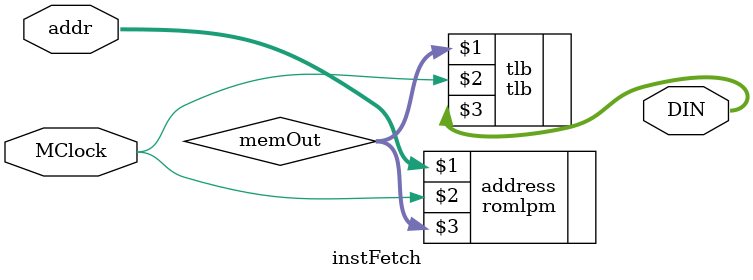
<source format=v>
module instFetch(addr, MClock, DIN);

	input [5:0] addr;
	input MClock;
	output [15:0] DIN;
	
	wire [5:0] memOut;
		
	romlpm address(addr, MClock, memOut);  	
	tlb tlb(memOut, MClock, DIN);			
	
endmodule

</source>
